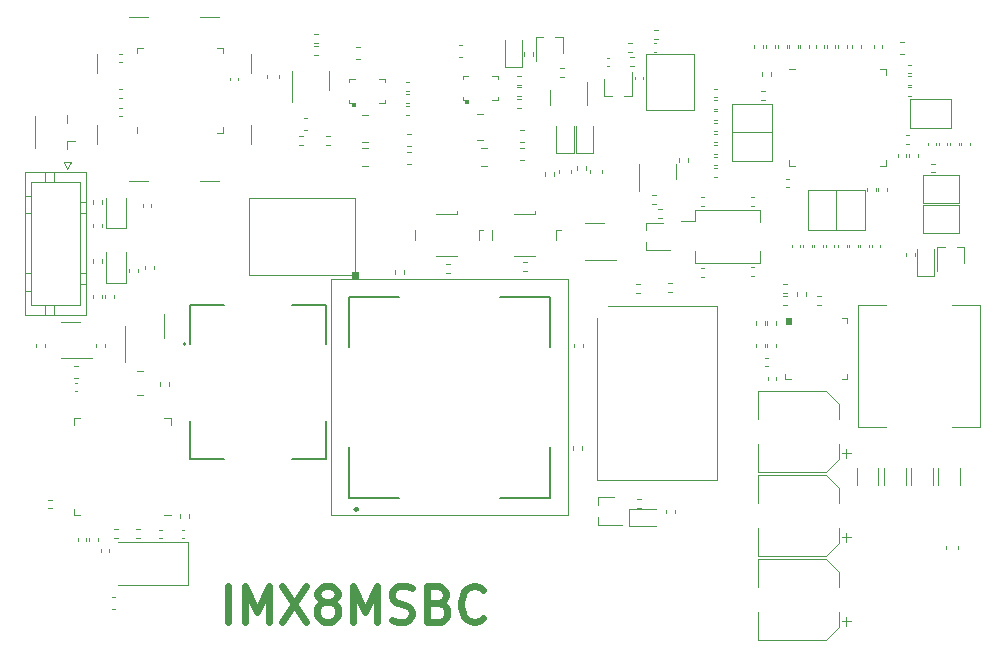
<source format=gbr>
%TF.GenerationSoftware,KiCad,Pcbnew,7.99.0-3539-g7abe2e3ea0*%
%TF.CreationDate,2023-11-26T19:50:54+01:00*%
%TF.ProjectId,SBC,5342432e-6b69-4636-9164-5f7063625858,rev?*%
%TF.SameCoordinates,Original*%
%TF.FileFunction,Legend,Top*%
%TF.FilePolarity,Positive*%
%FSLAX46Y46*%
G04 Gerber Fmt 4.6, Leading zero omitted, Abs format (unit mm)*
G04 Created by KiCad (PCBNEW 7.99.0-3539-g7abe2e3ea0) date 2023-11-26 19:50:54*
%MOMM*%
%LPD*%
G01*
G04 APERTURE LIST*
%ADD10C,0.600000*%
%ADD11C,0.120000*%
%ADD12C,0.100000*%
%ADD13C,0.127000*%
%ADD14C,0.200000*%
%ADD15C,0.240000*%
G04 APERTURE END LIST*
D10*
X76291195Y-130166671D02*
X76291195Y-127166671D01*
X77719766Y-130166671D02*
X77719766Y-127166671D01*
X77719766Y-127166671D02*
X78719766Y-129309528D01*
X78719766Y-129309528D02*
X79719766Y-127166671D01*
X79719766Y-127166671D02*
X79719766Y-130166671D01*
X80862623Y-127166671D02*
X82862623Y-130166671D01*
X82862623Y-127166671D02*
X80862623Y-130166671D01*
X84434052Y-128452385D02*
X84148337Y-128309528D01*
X84148337Y-128309528D02*
X84005480Y-128166671D01*
X84005480Y-128166671D02*
X83862623Y-127880956D01*
X83862623Y-127880956D02*
X83862623Y-127738099D01*
X83862623Y-127738099D02*
X84005480Y-127452385D01*
X84005480Y-127452385D02*
X84148337Y-127309528D01*
X84148337Y-127309528D02*
X84434052Y-127166671D01*
X84434052Y-127166671D02*
X85005480Y-127166671D01*
X85005480Y-127166671D02*
X85291195Y-127309528D01*
X85291195Y-127309528D02*
X85434052Y-127452385D01*
X85434052Y-127452385D02*
X85576909Y-127738099D01*
X85576909Y-127738099D02*
X85576909Y-127880956D01*
X85576909Y-127880956D02*
X85434052Y-128166671D01*
X85434052Y-128166671D02*
X85291195Y-128309528D01*
X85291195Y-128309528D02*
X85005480Y-128452385D01*
X85005480Y-128452385D02*
X84434052Y-128452385D01*
X84434052Y-128452385D02*
X84148337Y-128595242D01*
X84148337Y-128595242D02*
X84005480Y-128738099D01*
X84005480Y-128738099D02*
X83862623Y-129023814D01*
X83862623Y-129023814D02*
X83862623Y-129595242D01*
X83862623Y-129595242D02*
X84005480Y-129880956D01*
X84005480Y-129880956D02*
X84148337Y-130023814D01*
X84148337Y-130023814D02*
X84434052Y-130166671D01*
X84434052Y-130166671D02*
X85005480Y-130166671D01*
X85005480Y-130166671D02*
X85291195Y-130023814D01*
X85291195Y-130023814D02*
X85434052Y-129880956D01*
X85434052Y-129880956D02*
X85576909Y-129595242D01*
X85576909Y-129595242D02*
X85576909Y-129023814D01*
X85576909Y-129023814D02*
X85434052Y-128738099D01*
X85434052Y-128738099D02*
X85291195Y-128595242D01*
X85291195Y-128595242D02*
X85005480Y-128452385D01*
X86862623Y-130166671D02*
X86862623Y-127166671D01*
X86862623Y-127166671D02*
X87862623Y-129309528D01*
X87862623Y-129309528D02*
X88862623Y-127166671D01*
X88862623Y-127166671D02*
X88862623Y-130166671D01*
X90148337Y-130023814D02*
X90576909Y-130166671D01*
X90576909Y-130166671D02*
X91291194Y-130166671D01*
X91291194Y-130166671D02*
X91576909Y-130023814D01*
X91576909Y-130023814D02*
X91719766Y-129880956D01*
X91719766Y-129880956D02*
X91862623Y-129595242D01*
X91862623Y-129595242D02*
X91862623Y-129309528D01*
X91862623Y-129309528D02*
X91719766Y-129023814D01*
X91719766Y-129023814D02*
X91576909Y-128880956D01*
X91576909Y-128880956D02*
X91291194Y-128738099D01*
X91291194Y-128738099D02*
X90719766Y-128595242D01*
X90719766Y-128595242D02*
X90434051Y-128452385D01*
X90434051Y-128452385D02*
X90291194Y-128309528D01*
X90291194Y-128309528D02*
X90148337Y-128023814D01*
X90148337Y-128023814D02*
X90148337Y-127738099D01*
X90148337Y-127738099D02*
X90291194Y-127452385D01*
X90291194Y-127452385D02*
X90434051Y-127309528D01*
X90434051Y-127309528D02*
X90719766Y-127166671D01*
X90719766Y-127166671D02*
X91434051Y-127166671D01*
X91434051Y-127166671D02*
X91862623Y-127309528D01*
X94148337Y-128595242D02*
X94576909Y-128738099D01*
X94576909Y-128738099D02*
X94719766Y-128880956D01*
X94719766Y-128880956D02*
X94862623Y-129166671D01*
X94862623Y-129166671D02*
X94862623Y-129595242D01*
X94862623Y-129595242D02*
X94719766Y-129880956D01*
X94719766Y-129880956D02*
X94576909Y-130023814D01*
X94576909Y-130023814D02*
X94291194Y-130166671D01*
X94291194Y-130166671D02*
X93148337Y-130166671D01*
X93148337Y-130166671D02*
X93148337Y-127166671D01*
X93148337Y-127166671D02*
X94148337Y-127166671D01*
X94148337Y-127166671D02*
X94434052Y-127309528D01*
X94434052Y-127309528D02*
X94576909Y-127452385D01*
X94576909Y-127452385D02*
X94719766Y-127738099D01*
X94719766Y-127738099D02*
X94719766Y-128023814D01*
X94719766Y-128023814D02*
X94576909Y-128309528D01*
X94576909Y-128309528D02*
X94434052Y-128452385D01*
X94434052Y-128452385D02*
X94148337Y-128595242D01*
X94148337Y-128595242D02*
X93148337Y-128595242D01*
X97862623Y-129880956D02*
X97719766Y-130023814D01*
X97719766Y-130023814D02*
X97291194Y-130166671D01*
X97291194Y-130166671D02*
X97005480Y-130166671D01*
X97005480Y-130166671D02*
X96576909Y-130023814D01*
X96576909Y-130023814D02*
X96291194Y-129738099D01*
X96291194Y-129738099D02*
X96148337Y-129452385D01*
X96148337Y-129452385D02*
X96005480Y-128880956D01*
X96005480Y-128880956D02*
X96005480Y-128452385D01*
X96005480Y-128452385D02*
X96148337Y-127880956D01*
X96148337Y-127880956D02*
X96291194Y-127595242D01*
X96291194Y-127595242D02*
X96576909Y-127309528D01*
X96576909Y-127309528D02*
X97005480Y-127166671D01*
X97005480Y-127166671D02*
X97291194Y-127166671D01*
X97291194Y-127166671D02*
X97719766Y-127309528D01*
X97719766Y-127309528D02*
X97862623Y-127452385D01*
D11*
%TO.C,D4*%
X104074481Y-88175014D02*
X104074481Y-90460014D01*
X104074481Y-90460014D02*
X105544481Y-90460014D01*
X105544481Y-90460014D02*
X105544481Y-88175014D01*
%TO.C,R83*%
X61076359Y-119812900D02*
X61383641Y-119812900D01*
X61076359Y-120572900D02*
X61383641Y-120572900D01*
%TO.C,J2*%
X59067481Y-92058014D02*
X59067481Y-104178014D01*
X59067481Y-94088014D02*
X59577481Y-94088014D01*
X59067481Y-95588014D02*
X59577481Y-95588014D01*
X59067481Y-100648014D02*
X59577481Y-100648014D01*
X59067481Y-102148014D02*
X59577481Y-102148014D01*
X59067481Y-104178014D02*
X64287481Y-104178014D01*
X59577481Y-92918014D02*
X59577481Y-103318014D01*
X59577481Y-103318014D02*
X63777481Y-103318014D01*
X60777481Y-92058014D02*
X60777481Y-92918014D01*
X60777481Y-104178014D02*
X60777481Y-103318014D01*
X61577481Y-92058014D02*
X61577481Y-92918014D01*
X61577481Y-104178014D02*
X61577481Y-103318014D01*
X62377481Y-91258014D02*
X62977481Y-91258014D01*
X62677481Y-91858014D02*
X62377481Y-91258014D01*
X62977481Y-91258014D02*
X62677481Y-91858014D01*
X63777481Y-92918014D02*
X59577481Y-92918014D01*
X63777481Y-103318014D02*
X63777481Y-92918014D01*
X64287481Y-92058014D02*
X59067481Y-92058014D01*
X64287481Y-94648014D02*
X63777481Y-94648014D01*
X64287481Y-95588014D02*
X63777481Y-95588014D01*
X64287481Y-100648014D02*
X63777481Y-100648014D01*
X64287481Y-101588014D02*
X63777481Y-101588014D01*
X64287481Y-104178014D02*
X64287481Y-92058014D01*
%TO.C,U14*%
X87070000Y-100795014D02*
X78070000Y-100795014D01*
X78070000Y-94295014D01*
X87070000Y-94295014D01*
X87070000Y-100795014D01*
X87320000Y-101045014D02*
X86820000Y-101045014D01*
X86820000Y-100545014D01*
X87320000Y-100545014D01*
X87320000Y-101045014D01*
G36*
X87320000Y-101045014D02*
G01*
X86820000Y-101045014D01*
X86820000Y-100545014D01*
X87320000Y-100545014D01*
X87320000Y-101045014D01*
G37*
%TO.C,U10*%
X107349481Y-96441014D02*
X106549481Y-96441014D01*
X107349481Y-96441014D02*
X108149481Y-96441014D01*
X107349481Y-99561014D02*
X106549481Y-99561014D01*
X107349481Y-99561014D02*
X109149481Y-99561014D01*
%TO.C,R65*%
X111237022Y-119735414D02*
X110929740Y-119735414D01*
X111237022Y-120495414D02*
X110929740Y-120495414D01*
%TO.C,C17*%
X121983462Y-109442192D02*
X121983462Y-109657864D01*
X122703462Y-109442192D02*
X122703462Y-109657864D01*
%TO.C,C60*%
X123747836Y-92670400D02*
X123532164Y-92670400D01*
X123747836Y-93390400D02*
X123532164Y-93390400D01*
%TO.C,R3*%
X121938462Y-104998669D02*
X121938462Y-104691387D01*
X122698462Y-104998669D02*
X122698462Y-104691387D01*
%TO.C,C272*%
X65522500Y-124022564D02*
X65522500Y-124238236D01*
X66242500Y-124022564D02*
X66242500Y-124238236D01*
%TO.C,R31*%
X105826481Y-91598393D02*
X105826481Y-91933635D01*
X106586481Y-91598393D02*
X106586481Y-91933635D01*
%TO.C,C54*%
X117651298Y-91752527D02*
X117435626Y-91752527D01*
X117651298Y-92472527D02*
X117435626Y-92472527D01*
%TO.C,C266*%
X63560000Y-123085064D02*
X63560000Y-123300736D01*
X64280000Y-123085064D02*
X64280000Y-123300736D01*
%TO.C,C34*%
X128883462Y-98249692D02*
X128883462Y-98465364D01*
X129603462Y-98249692D02*
X129603462Y-98465364D01*
%TO.C,D5*%
X134579881Y-98563614D02*
X134579881Y-100848614D01*
X134579881Y-100848614D02*
X136049881Y-100848614D01*
X136049881Y-100848614D02*
X136049881Y-98563614D01*
%TO.C,U5*%
X86552481Y-84220014D02*
X87052481Y-84220014D01*
X86552481Y-84470014D02*
X86552481Y-84220014D01*
X86552481Y-85970014D02*
X86552481Y-86220014D01*
X86552481Y-86220014D02*
X87052481Y-86220014D01*
X89052481Y-86220014D02*
X89552481Y-86220014D01*
X89552481Y-84220014D02*
X89052481Y-84220014D01*
X89552481Y-84470014D02*
X89552481Y-84220014D01*
X89552481Y-86220014D02*
X89552481Y-85970014D01*
X86802481Y-86470014D02*
X87052481Y-86470014D01*
X87052481Y-86220014D01*
X86802481Y-86220014D01*
X86802481Y-86470014D01*
G36*
X86802481Y-86470014D02*
G01*
X87052481Y-86470014D01*
X87052481Y-86220014D01*
X86802481Y-86220014D01*
X86802481Y-86470014D01*
G37*
%TO.C,R85*%
X66936141Y-122350400D02*
X66628859Y-122350400D01*
X66936141Y-123110400D02*
X66628859Y-123110400D01*
%TO.C,R23*%
X83559860Y-81438014D02*
X83895102Y-81438014D01*
X83559860Y-82198014D02*
X83895102Y-82198014D01*
%TO.C,R75*%
X64897481Y-96464373D02*
X64897481Y-96771655D01*
X65657481Y-96464373D02*
X65657481Y-96771655D01*
%TO.C,C63*%
X110733000Y-84235836D02*
X110733000Y-84020164D01*
X111453000Y-84235836D02*
X111453000Y-84020164D01*
%TO.C,R9*%
X129078462Y-81613669D02*
X129078462Y-81306387D01*
X129838462Y-81613669D02*
X129838462Y-81306387D01*
%TO.C,C39*%
X129833462Y-98249692D02*
X129833462Y-98465364D01*
X130553462Y-98249692D02*
X130553462Y-98465364D01*
%TO.C,U16*%
X68617481Y-81558014D02*
X69092481Y-81558014D01*
X68617481Y-82033014D02*
X68617481Y-81558014D01*
X68617481Y-88303014D02*
X68617481Y-88778014D01*
X75837481Y-81558014D02*
X75362481Y-81558014D01*
X75837481Y-82033014D02*
X75837481Y-81558014D01*
X75837481Y-88303014D02*
X75837481Y-88778014D01*
X75837481Y-88778014D02*
X75362481Y-88778014D01*
%TO.C,C38*%
X137420000Y-89602564D02*
X137420000Y-89818236D01*
X138140000Y-89602564D02*
X138140000Y-89818236D01*
%TO.C,C59*%
X130395962Y-93462192D02*
X130395962Y-93677864D01*
X131115962Y-93462192D02*
X131115962Y-93677864D01*
%TO.C,L5*%
X125393462Y-96975028D02*
X127793462Y-96975028D01*
X127793462Y-93575028D01*
X125393462Y-93575028D01*
X125393462Y-96975028D01*
%TO.C,C62*%
X133878126Y-84910028D02*
X134093798Y-84910028D01*
X133878126Y-85630028D02*
X134093798Y-85630028D01*
%TO.C,U2*%
X123483462Y-109630028D02*
X123483462Y-109155028D01*
X123958462Y-109630028D02*
X123483462Y-109630028D01*
X128228462Y-104410028D02*
X128703462Y-104410028D01*
X128228462Y-109630028D02*
X128703462Y-109630028D01*
X128703462Y-104410028D02*
X128703462Y-104885028D01*
X128703462Y-109630028D02*
X128703462Y-109155028D01*
D12*
X123493462Y-104420028D02*
X123993462Y-104420028D01*
X123993462Y-104920028D01*
X123493462Y-104920028D01*
X123493462Y-104420028D01*
G36*
X123493462Y-104420028D02*
G01*
X123993462Y-104420028D01*
X123993462Y-104920028D01*
X123493462Y-104920028D01*
X123493462Y-104420028D01*
G37*
D11*
%TO.C,C1*%
X122001298Y-107810028D02*
X121785626Y-107810028D01*
X122001298Y-108530028D02*
X121785626Y-108530028D01*
%TO.C,R1*%
X121938462Y-106923669D02*
X121938462Y-106616387D01*
X122698462Y-106923669D02*
X122698462Y-106616387D01*
%TO.C,U12*%
X107485000Y-118190400D02*
X107485000Y-104470400D01*
X108485000Y-103470400D02*
X117705000Y-103470400D01*
X117705000Y-103470400D02*
X117705000Y-118190400D01*
X117705000Y-118190400D02*
X107485000Y-118190400D01*
%TO.C,J4*%
X65194481Y-82105014D02*
X65194481Y-83705014D01*
X65194481Y-88105014D02*
X65194481Y-89705014D01*
X67894481Y-78925014D02*
X69494481Y-78925014D01*
X67894481Y-92885014D02*
X69494481Y-92885014D01*
X73894481Y-78925014D02*
X75494481Y-78925014D01*
X73894481Y-92885014D02*
X75494481Y-92885014D01*
X78194481Y-82105014D02*
X78194481Y-83705014D01*
X78194481Y-88105014D02*
X78194481Y-89705014D01*
%TO.C,C293*%
X67285317Y-85058014D02*
X67069645Y-85058014D01*
X67285317Y-85778014D02*
X67069645Y-85778014D01*
%TO.C,C75*%
X91467901Y-90425014D02*
X91749061Y-90425014D01*
X91467901Y-91445014D02*
X91749061Y-91445014D01*
%TO.C,R17*%
X110660621Y-82348000D02*
X110325379Y-82348000D01*
X110660621Y-83108000D02*
X110325379Y-83108000D01*
%TO.C,R14*%
X123763462Y-81291387D02*
X123763462Y-81598669D01*
X124523462Y-81291387D02*
X124523462Y-81598669D01*
%TO.C,C46*%
X129533462Y-117133776D02*
X129533462Y-118556280D01*
X131353462Y-117133776D02*
X131353462Y-118556280D01*
%TO.C,R55*%
X111146641Y-101544200D02*
X110839359Y-101544200D01*
X111146641Y-102304200D02*
X110839359Y-102304200D01*
%TO.C,R7*%
X124495481Y-102266973D02*
X124495481Y-102574255D01*
X125255481Y-102266973D02*
X125255481Y-102574255D01*
%TO.C,L1*%
X118918462Y-86325028D02*
X122318462Y-86325028D01*
X122318462Y-88725028D01*
X118918462Y-88725028D01*
X118918462Y-86325028D01*
%TO.C,C261*%
X133481061Y-81035014D02*
X133199901Y-81035014D01*
X133481061Y-82055014D02*
X133199901Y-82055014D01*
%TO.C,R47*%
X114485481Y-90891373D02*
X114485481Y-91198655D01*
X115245481Y-90891373D02*
X115245481Y-91198655D01*
%TO.C,C49*%
X117651298Y-89815861D02*
X117435626Y-89815861D01*
X117651298Y-90535861D02*
X117435626Y-90535861D01*
%TO.C,R10*%
X122813462Y-81598669D02*
X122813462Y-81291387D01*
X123573462Y-81598669D02*
X123573462Y-81291387D01*
%TO.C,C20*%
X121183462Y-117760028D02*
X121183462Y-120110028D01*
X121183462Y-124580028D02*
X121183462Y-122230028D01*
X126939025Y-117760028D02*
X121183462Y-117760028D01*
X126939025Y-124580028D02*
X121183462Y-124580028D01*
X128003462Y-118824465D02*
X126939025Y-117760028D01*
X128003462Y-118824465D02*
X128003462Y-120110028D01*
X128003462Y-123515591D02*
X126939025Y-124580028D01*
X128003462Y-123515591D02*
X128003462Y-122230028D01*
X128637212Y-123411278D02*
X128637212Y-122623778D01*
X129030962Y-123017528D02*
X128243462Y-123017528D01*
%TO.C,C85*%
X101046706Y-90074214D02*
X101327866Y-90074214D01*
X101046706Y-91094214D02*
X101327866Y-91094214D01*
%TO.C,L4*%
X137468462Y-88325028D02*
X134068462Y-88325028D01*
X134068462Y-85925028D01*
X137468462Y-85925028D01*
X137468462Y-88325028D01*
%TO.C,C44*%
X117651298Y-88847528D02*
X117435626Y-88847528D01*
X117651298Y-89567528D02*
X117435626Y-89567528D01*
%TO.C,C73*%
X82728901Y-87523514D02*
X83010061Y-87523514D01*
X82728901Y-88543514D02*
X83010061Y-88543514D01*
%TO.C,Q3*%
X102321767Y-80617095D02*
X102321767Y-82647095D01*
X102321767Y-80617095D02*
X102981767Y-80617095D01*
X103981767Y-80617095D02*
X104641767Y-80617095D01*
X104641767Y-82027095D02*
X104641767Y-80617095D01*
%TO.C,C53*%
X131345962Y-93462192D02*
X131345962Y-93677864D01*
X132065962Y-93462192D02*
X132065962Y-93677864D01*
%TO.C,C292*%
X67285317Y-86658014D02*
X67069645Y-86658014D01*
X67285317Y-87378014D02*
X67069645Y-87378014D01*
%TO.C,C26*%
X127958462Y-81337192D02*
X127958462Y-81552864D01*
X128678462Y-81337192D02*
X128678462Y-81552864D01*
%TO.C,FB4*%
X63582779Y-108482900D02*
X63257221Y-108482900D01*
X63582779Y-109502900D02*
X63257221Y-109502900D01*
%TO.C,R25*%
X91649102Y-86491014D02*
X91313860Y-86491014D01*
X91649102Y-87251014D02*
X91313860Y-87251014D01*
%TO.C,C64*%
X65110000Y-106886298D02*
X65110000Y-106670626D01*
X65830000Y-106886298D02*
X65830000Y-106670626D01*
%TO.C,R67*%
X116291040Y-94183014D02*
X116598322Y-94183014D01*
X116291040Y-94943014D02*
X116598322Y-94943014D01*
%TO.C,L2*%
X118918462Y-88725028D02*
X122318462Y-88725028D01*
X122318462Y-91125028D01*
X118918462Y-91125028D01*
X118918462Y-88725028D01*
%TO.C,C76*%
X87149901Y-81535014D02*
X87431061Y-81535014D01*
X87149901Y-82555014D02*
X87431061Y-82555014D01*
D13*
%TO.C,U13*%
X73100000Y-103375000D02*
X73100000Y-106625000D01*
X73100000Y-103375000D02*
X75975000Y-103375000D01*
X73100000Y-116375000D02*
X73100000Y-113125000D01*
X73100000Y-116375000D02*
X75975000Y-116375000D01*
X84600000Y-103375000D02*
X81725000Y-103375000D01*
X84600000Y-103375000D02*
X84600000Y-106625000D01*
X84600000Y-116375000D02*
X81725000Y-116375000D01*
X84600000Y-116375000D02*
X84600000Y-113125000D01*
D14*
X72700000Y-106625000D02*
G75*
G02*
X72700000Y-106625000I-100000J0D01*
G01*
D11*
%TO.C,R12*%
X121813462Y-81291387D02*
X121813462Y-81598669D01*
X122573462Y-81291387D02*
X122573462Y-81598669D01*
%TO.C,R19*%
X84557360Y-89038014D02*
X84892602Y-89038014D01*
X84557360Y-89798014D02*
X84892602Y-89798014D01*
%TO.C,C77*%
X91467901Y-88901014D02*
X91749061Y-88901014D01*
X91467901Y-89921014D02*
X91749061Y-89921014D01*
%TO.C,C27*%
X121183462Y-110660028D02*
X121183462Y-113010028D01*
X121183462Y-117480028D02*
X121183462Y-115130028D01*
X126939025Y-110660028D02*
X121183462Y-110660028D01*
X126939025Y-117480028D02*
X121183462Y-117480028D01*
X128003462Y-111724465D02*
X126939025Y-110660028D01*
X128003462Y-111724465D02*
X128003462Y-113010028D01*
X128003462Y-116415591D02*
X126939025Y-117480028D01*
X128003462Y-116415591D02*
X128003462Y-115130028D01*
X128637212Y-116311278D02*
X128637212Y-115523778D01*
X129030962Y-115917528D02*
X128243462Y-115917528D01*
%TO.C,R63*%
X133690281Y-99237855D02*
X133690281Y-98930573D01*
X134450281Y-99237855D02*
X134450281Y-98930573D01*
%TO.C,R2*%
X120988462Y-106923669D02*
X120988462Y-106616387D01*
X121748462Y-106923669D02*
X121748462Y-106616387D01*
%TO.C,R66*%
X120528840Y-94183014D02*
X120836122Y-94183014D01*
X120528840Y-94943014D02*
X120836122Y-94943014D01*
%TO.C,L3*%
X127793462Y-96975028D02*
X130193462Y-96975028D01*
X130193462Y-93575028D01*
X127793462Y-93575028D01*
X127793462Y-96975028D01*
%TO.C,Q6*%
X111664681Y-97019814D02*
X111664681Y-96359814D01*
X111664681Y-98679814D02*
X111664681Y-98019814D01*
X111664681Y-98679814D02*
X113694681Y-98679814D01*
X113074681Y-96359814D02*
X111664681Y-96359814D01*
%TO.C,C50*%
X117651298Y-86947528D02*
X117435626Y-86947528D01*
X117651298Y-87667528D02*
X117435626Y-87667528D01*
%TO.C,C80*%
X106966481Y-92163594D02*
X106966481Y-91882434D01*
X107986481Y-92163594D02*
X107986481Y-91882434D01*
%TO.C,U6*%
X67600000Y-105130400D02*
X67600000Y-108130400D01*
X70840000Y-104130400D02*
X70840000Y-106130400D01*
%TO.C,R35*%
X90440000Y-100378373D02*
X90440000Y-100685655D01*
X91200000Y-100378373D02*
X91200000Y-100685655D01*
%TO.C,C264*%
X137057200Y-124028180D02*
X137057200Y-123747020D01*
X138077200Y-124028180D02*
X138077200Y-123747020D01*
%TO.C,R18*%
X82645102Y-89038014D02*
X82309860Y-89038014D01*
X82645102Y-89798014D02*
X82309860Y-89798014D01*
%TO.C,C32*%
X126883462Y-98249692D02*
X126883462Y-98465364D01*
X127603462Y-98249692D02*
X127603462Y-98465364D01*
%TO.C,R45*%
X121535481Y-83948655D02*
X121535481Y-83641373D01*
X122295481Y-83948655D02*
X122295481Y-83641373D01*
%TO.C,R69*%
X116291040Y-100177414D02*
X116598322Y-100177414D01*
X116291040Y-100937414D02*
X116598322Y-100937414D01*
%TO.C,C16*%
X134093798Y-83010028D02*
X133878126Y-83010028D01*
X134093798Y-83730028D02*
X133878126Y-83730028D01*
%TO.C,L7*%
X68558748Y-108930400D02*
X69081252Y-108930400D01*
X68558748Y-110930400D02*
X69081252Y-110930400D01*
%TO.C,SW2*%
X135115481Y-94845014D02*
X138215481Y-94845014D01*
X138215481Y-97245014D01*
X135115481Y-97245014D01*
X135115481Y-94845014D01*
%TO.C,R84*%
X68528859Y-122350400D02*
X68836141Y-122350400D01*
X68528859Y-123110400D02*
X68836141Y-123110400D01*
%TO.C,SW1*%
X135115481Y-92345014D02*
X138215481Y-92345014D01*
X138215481Y-94745014D01*
X135115481Y-94745014D01*
X135115481Y-92345014D01*
%TO.C,C48*%
X120833462Y-81572864D02*
X120833462Y-81357192D01*
X121553462Y-81572864D02*
X121553462Y-81357192D01*
%TO.C,C42*%
X131833462Y-117133776D02*
X131833462Y-118556280D01*
X133653462Y-117133776D02*
X133653462Y-118556280D01*
%TO.C,R46*%
X135811840Y-91365014D02*
X136119122Y-91365014D01*
X135811840Y-92125014D02*
X136119122Y-92125014D01*
%TO.C,D8*%
X65977481Y-94268014D02*
X65977481Y-96818014D01*
X67677481Y-94268014D02*
X67677481Y-96818014D01*
X67677481Y-96818014D02*
X65977481Y-96818014D01*
%TO.C,L6*%
X129613462Y-103340028D02*
X129613462Y-113700028D01*
X129613462Y-113700028D02*
X132018462Y-113700028D01*
X132018462Y-103340028D02*
X129613462Y-103340028D01*
X137568462Y-103340028D02*
X139973462Y-103340028D01*
X139973462Y-103340028D02*
X139973462Y-113700028D01*
X139973462Y-113700028D02*
X137568462Y-113700028D01*
D13*
%TO.C,U9*%
X86545000Y-102655400D02*
X90795000Y-102655400D01*
X86545000Y-106905400D02*
X86545000Y-102655400D01*
X86545000Y-119655400D02*
X86545000Y-115405400D01*
X90795000Y-119655400D02*
X86545000Y-119655400D01*
X99295000Y-102655400D02*
X103545000Y-102655400D01*
X103545000Y-102655400D02*
X103545000Y-106905400D01*
X103545000Y-115405400D02*
X103545000Y-119655400D01*
X103545000Y-119655400D02*
X99295000Y-119655400D01*
D15*
X87265000Y-120655400D02*
G75*
G02*
X87265000Y-120655400I-120000J0D01*
G01*
D11*
%TO.C,R73*%
X69247481Y-100311655D02*
X69247481Y-100004373D01*
X70007481Y-100311655D02*
X70007481Y-100004373D01*
%TO.C,D2*%
X99698767Y-80928095D02*
X99698767Y-83213095D01*
X99698767Y-83213095D02*
X101168767Y-83213095D01*
X101168767Y-83213095D02*
X101168767Y-80928095D01*
%TO.C,U7*%
X96141767Y-83960228D02*
X96641767Y-83960228D01*
X96141767Y-84210228D02*
X96141767Y-83960228D01*
X96141767Y-85710228D02*
X96141767Y-85960228D01*
X96141767Y-85960228D02*
X96641767Y-85960228D01*
X98641767Y-85960228D02*
X99141767Y-85960228D01*
X99141767Y-83960228D02*
X98641767Y-83960228D01*
X99141767Y-84210228D02*
X99141767Y-83960228D01*
X99141767Y-85960228D02*
X99141767Y-85710228D01*
X96391767Y-86210228D02*
X96641767Y-86210228D01*
X96641767Y-85960228D01*
X96391767Y-85960228D01*
X96391767Y-86210228D01*
G36*
X96391767Y-86210228D02*
G01*
X96641767Y-86210228D01*
X96641767Y-85960228D01*
X96391767Y-85960228D01*
X96391767Y-86210228D01*
G37*
%TO.C,C61*%
X133690626Y-88965028D02*
X133906298Y-88965028D01*
X133690626Y-89685028D02*
X133906298Y-89685028D01*
%TO.C,HS1*%
X85046000Y-101155400D02*
X105046000Y-101155400D01*
X105046000Y-121155400D01*
X85046000Y-121155400D01*
X85046000Y-101155400D01*
%TO.C,U3*%
X62945000Y-104748462D02*
X62145000Y-104748462D01*
X62945000Y-104748462D02*
X63745000Y-104748462D01*
X62945000Y-107868462D02*
X62145000Y-107868462D01*
X62945000Y-107868462D02*
X64745000Y-107868462D01*
%TO.C,R27*%
X101059388Y-83930228D02*
X100724146Y-83930228D01*
X101059388Y-84690228D02*
X100724146Y-84690228D01*
%TO.C,C45*%
X117651298Y-87897528D02*
X117435626Y-87897528D01*
X117651298Y-88617528D02*
X117435626Y-88617528D01*
%TO.C,U1*%
X123783462Y-91580028D02*
X123783462Y-91105028D01*
X124258462Y-83360028D02*
X123783462Y-83360028D01*
X124258462Y-91580028D02*
X123783462Y-91580028D01*
X131528462Y-83360028D02*
X132003462Y-83360028D01*
X131528462Y-91580028D02*
X132003462Y-91580028D01*
X132003462Y-83360028D02*
X132003462Y-83835028D01*
X132003462Y-91580028D02*
X132003462Y-91105028D01*
%TO.C,C262*%
X66424901Y-128035014D02*
X66706061Y-128035014D01*
X66424901Y-129055014D02*
X66706061Y-129055014D01*
%TO.C,C57*%
X108335164Y-82393014D02*
X108550836Y-82393014D01*
X108335164Y-83113014D02*
X108550836Y-83113014D01*
%TO.C,R20*%
X70540000Y-109862779D02*
X70540000Y-110198021D01*
X71300000Y-109862779D02*
X71300000Y-110198021D01*
%TO.C,R78*%
X65847481Y-102474373D02*
X65847481Y-102781655D01*
X66607481Y-102474373D02*
X66607481Y-102781655D01*
%TO.C,R13*%
X124713462Y-81291387D02*
X124713462Y-81598669D01*
X125473462Y-81291387D02*
X125473462Y-81598669D01*
%TO.C,C52*%
X117651298Y-85047528D02*
X117435626Y-85047528D01*
X117651298Y-85767528D02*
X117435626Y-85767528D01*
%TO.C,C58*%
X130958462Y-81552864D02*
X130958462Y-81337192D01*
X131678462Y-81552864D02*
X131678462Y-81337192D01*
%TO.C,R77*%
X64847481Y-102474373D02*
X64847481Y-102781655D01*
X65607481Y-102474373D02*
X65607481Y-102781655D01*
%TO.C,C23*%
X127933462Y-98249692D02*
X127933462Y-98465364D01*
X128653462Y-98249692D02*
X128653462Y-98465364D01*
%TO.C,SH2*%
X98193831Y-90075228D02*
X97739703Y-90075228D01*
X98193831Y-91545228D02*
X97739703Y-91545228D01*
%TO.C,C33*%
X135510000Y-89602564D02*
X135510000Y-89818236D01*
X136230000Y-89602564D02*
X136230000Y-89818236D01*
%TO.C,R15*%
X112714102Y-80022014D02*
X112378860Y-80022014D01*
X112714102Y-80782014D02*
X112378860Y-80782014D01*
%TO.C,C29*%
X125933462Y-98249692D02*
X125933462Y-98465364D01*
X126653462Y-98249692D02*
X126653462Y-98465364D01*
%TO.C,C40*%
X134133462Y-117133776D02*
X134133462Y-118556280D01*
X135953462Y-117133776D02*
X135953462Y-118556280D01*
%TO.C,R82*%
X64540000Y-123346541D02*
X64540000Y-123039259D01*
X65300000Y-123346541D02*
X65300000Y-123039259D01*
%TO.C,C81*%
X104299481Y-92163594D02*
X104299481Y-91882434D01*
X105319481Y-92163594D02*
X105319481Y-91882434D01*
%TO.C,Q2*%
X115705481Y-82110014D02*
X111705481Y-82110014D01*
X111705481Y-86860014D01*
X115705481Y-86860014D01*
X115705481Y-82110014D01*
%TO.C,R74*%
X67897481Y-100561655D02*
X67897481Y-100254373D01*
X68657481Y-100561655D02*
X68657481Y-100254373D01*
%TO.C,Y3*%
X66982500Y-127030400D02*
X72882500Y-127030400D01*
X72882500Y-123430400D02*
X66982500Y-123430400D01*
X72882500Y-127030400D02*
X72882500Y-123430400D01*
%TO.C,R28*%
X104723102Y-83261014D02*
X104387860Y-83261014D01*
X104723102Y-84021014D02*
X104387860Y-84021014D01*
%TO.C,C55*%
X117651298Y-85997528D02*
X117435626Y-85997528D01*
X117651298Y-86717528D02*
X117435626Y-86717528D01*
%TO.C,SH1*%
X88115045Y-90073014D02*
X87660917Y-90073014D01*
X88115045Y-91543014D02*
X87660917Y-91543014D01*
%TO.C,R76*%
X64847481Y-99761655D02*
X64847481Y-99454373D01*
X65607481Y-99761655D02*
X65607481Y-99454373D01*
%TO.C,C267*%
X72374664Y-122370400D02*
X72590336Y-122370400D01*
X72374664Y-123090400D02*
X72590336Y-123090400D01*
%TO.C,U15*%
X63210000Y-112920400D02*
X63210000Y-113470400D01*
X63210000Y-121140400D02*
X63210000Y-120590400D01*
X63760000Y-112920400D02*
X63210000Y-112920400D01*
X63760000Y-121140400D02*
X63210000Y-121140400D01*
X70880000Y-112920400D02*
X71430000Y-112920400D01*
X70880000Y-121140400D02*
X71430000Y-121140400D01*
X71430000Y-112920400D02*
X71430000Y-113470400D01*
%TO.C,R30*%
X100724146Y-84905228D02*
X101059388Y-84905228D01*
X100724146Y-85665228D02*
X101059388Y-85665228D01*
%TO.C,C69*%
X60060000Y-106886298D02*
X60060000Y-106670626D01*
X60780000Y-106886298D02*
X60780000Y-106670626D01*
%TO.C,C24*%
X126983462Y-81337192D02*
X126983462Y-81552864D01*
X127703462Y-81337192D02*
X127703462Y-81552864D01*
%TO.C,R54*%
X105523000Y-115300559D02*
X105523000Y-115607841D01*
X106283000Y-115300559D02*
X106283000Y-115607841D01*
%TO.C,SW3*%
X114614481Y-96230014D02*
X115804481Y-96230014D01*
X115804481Y-95315014D02*
X115804481Y-96230014D01*
X115804481Y-95315014D02*
X121325481Y-95315014D01*
X115804481Y-98800014D02*
X115804481Y-99775014D01*
X115804481Y-99775014D02*
X121325481Y-99775014D01*
X121325481Y-95315014D02*
X121325481Y-96290014D01*
X121325481Y-98800014D02*
X121325481Y-99775014D01*
%TO.C,C290*%
X67285317Y-82058014D02*
X67069645Y-82058014D01*
X67285317Y-82778014D02*
X67069645Y-82778014D01*
%TO.C,R48*%
X112211840Y-94065014D02*
X112519122Y-94065014D01*
X112211840Y-94825014D02*
X112519122Y-94825014D01*
%TO.C,R68*%
X120528840Y-100152014D02*
X120836122Y-100152014D01*
X120528840Y-100912014D02*
X120836122Y-100912014D01*
%TO.C,R22*%
X83559860Y-80438014D02*
X83895102Y-80438014D01*
X83559860Y-81198014D02*
X83895102Y-81198014D01*
%TO.C,R26*%
X91313860Y-85475014D02*
X91649102Y-85475014D01*
X91313860Y-86235014D02*
X91649102Y-86235014D01*
%TO.C,Q5*%
X107575381Y-120286214D02*
X107575381Y-119626214D01*
X107575381Y-121946214D02*
X107575381Y-121286214D01*
X107575381Y-121946214D02*
X109605381Y-121946214D01*
X108985381Y-119626214D02*
X107575381Y-119626214D01*
%TO.C,L8*%
X87626729Y-87285014D02*
X88149233Y-87285014D01*
X87626729Y-89505014D02*
X88149233Y-89505014D01*
%TO.C,C31*%
X130783462Y-98249692D02*
X130783462Y-98465364D01*
X131503462Y-98249692D02*
X131503462Y-98465364D01*
%TO.C,U8*%
X103564481Y-85150014D02*
X103564481Y-86450014D01*
X106684481Y-86450014D02*
X106684481Y-84450014D01*
%TO.C,C56*%
X112550836Y-81203000D02*
X112335164Y-81203000D01*
X112550836Y-81923000D02*
X112335164Y-81923000D01*
%TO.C,D6*%
X110207981Y-120599614D02*
X110207981Y-122069614D01*
X110207981Y-122069614D02*
X112492981Y-122069614D01*
X112492981Y-120599614D02*
X110207981Y-120599614D01*
%TO.C,C265*%
X70690336Y-122370400D02*
X70474664Y-122370400D01*
X70690336Y-123090400D02*
X70474664Y-123090400D01*
%TO.C,R70*%
X69047481Y-95061655D02*
X69047481Y-94754373D01*
X69807481Y-95061655D02*
X69807481Y-94754373D01*
%TO.C,R79*%
X72240000Y-121049259D02*
X72240000Y-121356541D01*
X73000000Y-121049259D02*
X73000000Y-121356541D01*
%TO.C,D7*%
X65977481Y-101478014D02*
X65977481Y-98818014D01*
X65977481Y-101478014D02*
X67677481Y-101478014D01*
X67677481Y-101478014D02*
X67677481Y-98818014D01*
%TO.C,R24*%
X101323767Y-81941474D02*
X101323767Y-82276716D01*
X102083767Y-81941474D02*
X102083767Y-82276716D01*
%TO.C,C37*%
X124033462Y-98249692D02*
X124033462Y-98465364D01*
X124753462Y-98249692D02*
X124753462Y-98465364D01*
%TO.C,Q4*%
X136313881Y-98405014D02*
X136313881Y-100435014D01*
X136313881Y-98405014D02*
X136973881Y-98405014D01*
X137973881Y-98405014D02*
X138633881Y-98405014D01*
X138633881Y-99815014D02*
X138633881Y-98405014D01*
%TO.C,Y1*%
X92108481Y-97823014D02*
X92108481Y-97023014D01*
X93908481Y-95623014D02*
X95708481Y-95623014D01*
X95708481Y-95623014D02*
X95708481Y-95383014D01*
X95708481Y-99223014D02*
X93908481Y-99223014D01*
X97508481Y-97023014D02*
X97508481Y-97823014D01*
X97908481Y-97023014D02*
X97508481Y-97023014D01*
%TO.C,L9*%
X97380515Y-87162814D02*
X97903019Y-87162814D01*
X97380515Y-89382814D02*
X97903019Y-89382814D01*
%TO.C,Y2*%
X98658481Y-97823014D02*
X98658481Y-97023014D01*
X100458481Y-95623014D02*
X102258481Y-95623014D01*
X102258481Y-95623014D02*
X102258481Y-95383014D01*
X102258481Y-99223014D02*
X100458481Y-99223014D01*
X104058481Y-97023014D02*
X104058481Y-97823014D01*
X104458481Y-97023014D02*
X104058481Y-97023014D01*
%TO.C,D3*%
X105725481Y-88175014D02*
X105725481Y-90460014D01*
X105725481Y-90460014D02*
X107195481Y-90460014D01*
X107195481Y-90460014D02*
X107195481Y-88175014D01*
%TO.C,R56*%
X113569359Y-101484200D02*
X113876641Y-101484200D01*
X113569359Y-102244200D02*
X113876641Y-102244200D01*
%TO.C,C18*%
X132983462Y-90597192D02*
X132983462Y-90812864D01*
X133703462Y-90597192D02*
X133703462Y-90812864D01*
%TO.C,R29*%
X101059388Y-85880228D02*
X100724146Y-85880228D01*
X101059388Y-86640228D02*
X100724146Y-86640228D01*
%TO.C,J3*%
X59953481Y-90049014D02*
X59953481Y-87349014D01*
X62673481Y-87299014D02*
X62673481Y-87939014D01*
X62673481Y-89459014D02*
X63303481Y-89459014D01*
X62673481Y-90099014D02*
X62673481Y-89459014D01*
%TO.C,R41*%
X95089122Y-99837014D02*
X94781840Y-99837014D01*
X95089122Y-100597014D02*
X94781840Y-100597014D01*
%TO.C,R21*%
X91649102Y-84459014D02*
X91313860Y-84459014D01*
X91649102Y-85219014D02*
X91313860Y-85219014D01*
%TO.C,C274*%
X63292164Y-109932900D02*
X63507836Y-109932900D01*
X63292164Y-110652900D02*
X63507836Y-110652900D01*
%TO.C,R16*%
X110510621Y-81183000D02*
X110175379Y-81183000D01*
X110510621Y-81943000D02*
X110175379Y-81943000D01*
%TO.C,C291*%
X76417481Y-84325850D02*
X76417481Y-84110178D01*
X77137481Y-84325850D02*
X77137481Y-84110178D01*
%TO.C,C14*%
X134093798Y-83960028D02*
X133878126Y-83960028D01*
X134093798Y-84680028D02*
X133878126Y-84680028D01*
%TO.C,C83*%
X101046706Y-88550214D02*
X101327866Y-88550214D01*
X101046706Y-89570214D02*
X101327866Y-89570214D01*
%TO.C,C19*%
X133958462Y-90807864D02*
X133958462Y-90592192D01*
X134678462Y-90807864D02*
X134678462Y-90592192D01*
%TO.C,R64*%
X113344981Y-120670973D02*
X113344981Y-120978255D01*
X114104981Y-120670973D02*
X114104981Y-120978255D01*
%TO.C,C84*%
X95839706Y-81311214D02*
X96120866Y-81311214D01*
X95839706Y-82331214D02*
X96120866Y-82331214D01*
%TO.C,C51*%
X117651298Y-90784194D02*
X117435626Y-90784194D01*
X117651298Y-91504194D02*
X117435626Y-91504194D01*
%TO.C,R11*%
X121411840Y-85197528D02*
X121719122Y-85197528D01*
X121411840Y-85957528D02*
X121719122Y-85957528D01*
%TO.C,R6*%
X123606722Y-102548614D02*
X123299440Y-102548614D01*
X123606722Y-103308614D02*
X123299440Y-103308614D01*
%TO.C,C68*%
X79565481Y-83828934D02*
X79565481Y-84110094D01*
X80585481Y-83828934D02*
X80585481Y-84110094D01*
%TO.C,Q1*%
X108133000Y-84248000D02*
X108133000Y-85658000D01*
X108793000Y-85658000D02*
X108133000Y-85658000D01*
X110453000Y-85658000D02*
X109793000Y-85658000D01*
X110453000Y-85658000D02*
X110453000Y-83628000D01*
%TO.C,C25*%
X126058462Y-81337192D02*
X126058462Y-81552864D01*
X126778462Y-81337192D02*
X126778462Y-81552864D01*
%TO.C,R71*%
X112733040Y-95249814D02*
X113040322Y-95249814D01*
X112733040Y-96009814D02*
X113040322Y-96009814D01*
%TO.C,R8*%
X126502322Y-102599414D02*
X126195040Y-102599414D01*
X126502322Y-103359414D02*
X126195040Y-103359414D01*
%TO.C,U4*%
X81717481Y-84368014D02*
X81717481Y-83568014D01*
X81717481Y-84368014D02*
X81717481Y-86168014D01*
X84837481Y-84368014D02*
X84837481Y-83568014D01*
X84837481Y-84368014D02*
X84837481Y-85168014D01*
%TO.C,R72*%
X64897481Y-94464373D02*
X64897481Y-94771655D01*
X65657481Y-94464373D02*
X65657481Y-94771655D01*
%TO.C,C28*%
X121183462Y-124860028D02*
X121183462Y-127210028D01*
X121183462Y-131680028D02*
X121183462Y-129330028D01*
X126939025Y-124860028D02*
X121183462Y-124860028D01*
X126939025Y-131680028D02*
X121183462Y-131680028D01*
X128003462Y-125924465D02*
X126939025Y-124860028D01*
X128003462Y-125924465D02*
X128003462Y-127210028D01*
X128003462Y-130615591D02*
X126939025Y-131680028D01*
X128003462Y-130615591D02*
X128003462Y-129330028D01*
X128637212Y-130511278D02*
X128637212Y-129723778D01*
X129030962Y-130117528D02*
X128243462Y-130117528D01*
%TO.C,R53*%
X105583000Y-106913041D02*
X105583000Y-106605759D01*
X106343000Y-106913041D02*
X106343000Y-106605759D01*
%TO.C,C30*%
X136465000Y-89602564D02*
X136465000Y-89818236D01*
X137185000Y-89602564D02*
X137185000Y-89818236D01*
%TO.C,R32*%
X103159481Y-92118393D02*
X103159481Y-92453635D01*
X103919481Y-92118393D02*
X103919481Y-92453635D01*
%TO.C,C35*%
X136433462Y-117133776D02*
X136433462Y-118556280D01*
X138253462Y-117133776D02*
X138253462Y-118556280D01*
%TO.C,U11*%
X111105481Y-92045014D02*
X111105481Y-91395014D01*
X111105481Y-92045014D02*
X111105481Y-93720014D01*
X114225481Y-92045014D02*
X114225481Y-91395014D01*
X114225481Y-92045014D02*
X114225481Y-92695014D01*
%TO.C,C22*%
X138360000Y-89602564D02*
X138360000Y-89818236D01*
X139080000Y-89602564D02*
X139080000Y-89818236D01*
%TO.C,C21*%
X124983462Y-98249692D02*
X124983462Y-98465364D01*
X125703462Y-98249692D02*
X125703462Y-98465364D01*
%TO.C,R42*%
X101566122Y-99710014D02*
X101258840Y-99710014D01*
X101566122Y-100470014D02*
X101258840Y-100470014D01*
%TO.C,R4*%
X120988462Y-104998669D02*
X120988462Y-104691387D01*
X121748462Y-104998669D02*
X121748462Y-104691387D01*
%TO.C,R5*%
X123606722Y-101583414D02*
X123299440Y-101583414D01*
X123606722Y-102343414D02*
X123299440Y-102343414D01*
%TD*%
M02*

</source>
